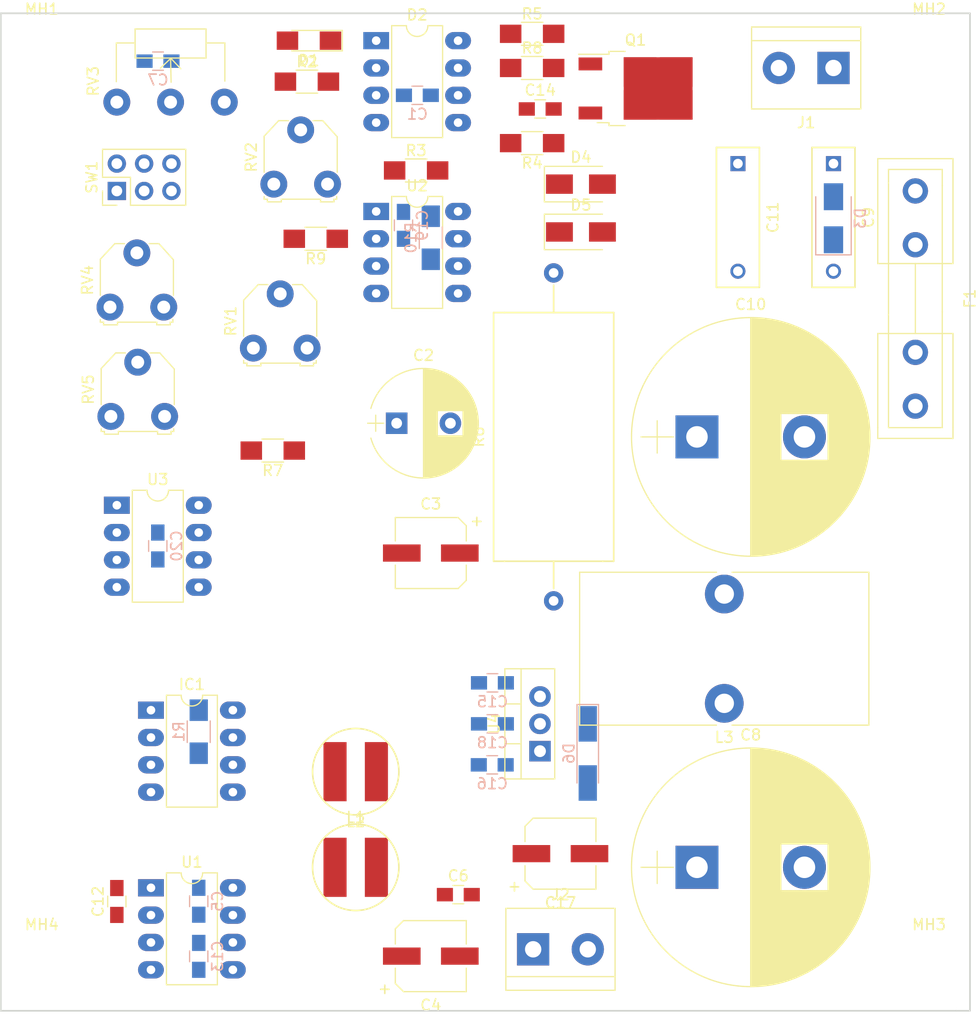
<source format=kicad_pcb>
(kicad_pcb (version 20171130) (host pcbnew "(5.0.0)")
  (layers (0 F.Cu signal) (31 B.Cu signal) (34 B.Paste user) (35 F.Paste user) (36 B.SilkS user) (37 F.SilkS user) (38 B.Mask user) (39 F.Mask user) (44 Edge.Cuts user))
  (net 0 "")
  (net 1 "Net-(C1-Pad2)")
  (net 2 /+10REG)
  (net 3 +10V)
  (net 4 "Net-(F1-Pad1)")
  (net 5 "Net-(C10-Pad2)")
  (net 6 GND)
  (net 7 "Net-(C16-Pad2)")
  (net 8 "Net-(Q1-Pad1)")
  (net 9 "Net-(C11-Pad2)")
  (net 10 "Net-(C8-Pad1)")
  (net 11 "Net-(IC1-Pad1)")
  (net 12 "Net-(D1-Pad2)")
  (net 13 "Net-(D1-Pad1)")
  (net 14 "Net-(C7-Pad2)")
  (net 15 "Net-(R9-Pad1)")
  (net 16 "Net-(D2-Pad5)")
  (net 17 "Net-(R7-Pad2)")
  (net 18 "Net-(R7-Pad1)")
  (net 19 "Net-(D2-Pad7)")
  (net 20 "Net-(RV2-Pad3)")
  (net 21 "Net-(RV3-Pad1)")
  (net 22 "Net-(RV1-Pad3)")
  (net 23 "Net-(RV4-Pad1)")
  (net 24 "Net-(RV5-Pad3)")
  (net 25 "Net-(C18-Pad2)")
  (net 26 "Net-(C10-Pad1)")
  (net 27 "Net-(C12-Pad1)")
  (net 28 "Net-(C13-Pad1)")
  (net 29 "Net-(U1-Pad3)")
  (net 30 "Net-(D4-Pad1)")
  (net 31 "Net-(SW1-Pad6)")
  (net 32 "Net-(R10-Pad2)")
  (net 33 "Net-(U3-Pad6)")
  (net 34 "Net-(U2-Pad7)")
  (module MountingHole:MountingHole_3.2mm_M3 (layer F.Cu) (at 165.1 27.94)
    (fp_text reference MH1 (at 0 -4.2) (layer F.SilkS))
    (fp_text value -)
    (pad 1 np_thru_hole circle (at 0 0) (size 3.2 3.2) (drill 3.2) (layers *.Cu *.Mask))
  )
  (module MountingHole:MountingHole_3.2mm_M3 (layer F.Cu) (at 247.65 27.94)
    (fp_text reference MH2 (at 0 -4.2) (layer F.SilkS))
    (fp_text value -)
    (pad 1 np_thru_hole circle (at 0 0) (size 3.2 3.2) (drill 3.2) (layers *.Cu *.Mask))
  )
  (module MountingHole:MountingHole_3.2mm_M3 (layer F.Cu) (at 247.65 113.03)
    (fp_text reference MH3 (at 0 -4.2) (layer F.SilkS))
    (fp_text value -)
    (pad 1 np_thru_hole circle (at 0 0) (size 3.2 3.2) (drill 3.2) (layers *.Cu *.Mask))
  )
  (module MountingHole:MountingHole_3.2mm_M3 (layer F.Cu) (at 165.1 113.03)
    (fp_text reference MH4 (at 0 -4.2) (layer F.SilkS))
    (fp_text value -)
    (pad 1 np_thru_hole circle (at 0 0) (size 3.2 3.2) (drill 3.2) (layers *.Cu *.Mask))
  )
  (module Capacitors_SMD:C_0805_HandSoldering (layer B.Cu) (at 175.895 73.64 90)
    (fp_text reference C20 (at 0 1.75 90) (layer B.SilkS) (effects (justify mirror)))
    (fp_text value 0,1)
    (pad 2 smd rect (at 1.25 0 90) (size 1.5 1.25) (layers B.Cu B.Paste B.Mask) (net 3 +10V))
    (pad 1 smd rect (at -1.25 0 90) (size 1.5 1.25) (layers B.Cu B.Paste B.Mask) (net 6 GND))
  )
  (module Capacitors_SMD:C_0805_HandSoldering (layer B.Cu) (at 198.755 43.835 90)
    (fp_text reference C19 (at 0 1.75 90) (layer B.SilkS) (effects (justify mirror)))
    (fp_text value 0,1)
    (pad 1 smd rect (at -1.25 0 90) (size 1.5 1.25) (layers B.Cu B.Paste B.Mask) (net 6 GND))
    (pad 2 smd rect (at 1.25 0 90) (size 1.5 1.25) (layers B.Cu B.Paste B.Mask) (net 3 +10V))
  )
  (module Resistors_SMD:R_1206_HandSoldering (layer B.Cu) (at 201.295 44.99 270)
    (fp_text reference R10 (at 0 1.85 270) (layer B.SilkS) (effects (justify mirror)))
    (fp_text value 100k)
    (pad 1 smd rect (at -2 0 270) (size 2 1.7) (layers B.Cu B.Paste B.Mask) (net 3 +10V))
    (pad 2 smd rect (at 2 0 270) (size 2 1.7) (layers B.Cu B.Paste B.Mask) (net 32 "Net-(R10-Pad2)"))
  )
  (module Capacitors_SMD:CP_Elec_6.3x5.3 (layer F.Cu) (at 201.295 74.295 180)
    (fp_text reference C3 (at 0 4.56 180) (layer F.SilkS))
    (fp_text value 100,0)
    (fp_text user + (at -4.28 3.01 180) (layer F.SilkS))
    (pad 1 smd rect (at -2.7 0) (size 3.5 1.6) (layers F.Cu F.Paste F.Mask) (net 2 /+10REG))
    (pad 2 smd rect (at 2.7 0) (size 3.5 1.6) (layers F.Cu F.Paste F.Mask) (net 6 GND))
  )
  (module Capacitors_SMD:CP_Elec_6.3x5.3 (layer F.Cu) (at 201.295 111.76)
    (fp_text reference C4 (at 0 4.56) (layer F.SilkS))
    (fp_text value 100,0)
    (fp_text user + (at -4.28 3.01) (layer F.SilkS))
    (pad 2 smd rect (at 2.7 0 180) (size 3.5 1.6) (layers F.Cu F.Paste F.Mask) (net 6 GND))
    (pad 1 smd rect (at -2.7 0 180) (size 3.5 1.6) (layers F.Cu F.Paste F.Mask) (net 3 +10V))
  )
  (module Capacitors_SMD:CP_Elec_6.3x5.3 (layer F.Cu) (at 213.36 102.235)
    (fp_text reference C17 (at 0 4.56) (layer F.SilkS))
    (fp_text value 100,0)
    (fp_text user + (at -4.28 3.01) (layer F.SilkS))
    (pad 1 smd rect (at -2.7 0 180) (size 3.5 1.6) (layers F.Cu F.Paste F.Mask) (net 7 "Net-(C16-Pad2)"))
    (pad 2 smd rect (at 2.7 0 180) (size 3.5 1.6) (layers F.Cu F.Paste F.Mask) (net 6 GND))
  )
  (module Capacitors_SMD:C_0805_HandSoldering (layer B.Cu) (at 200.045 31.75)
    (fp_text reference C1 (at 0 1.75) (layer B.SilkS) (effects (justify mirror)))
    (fp_text value 0,1)
    (pad 2 smd rect (at 1.25 0) (size 1.5 1.25) (layers B.Cu B.Paste B.Mask) (net 1 "Net-(C1-Pad2)"))
    (pad 1 smd rect (at -1.25 0) (size 1.5 1.25) (layers B.Cu B.Paste B.Mask) (net 6 GND))
  )
  (module Capacitors_SMD:C_0805_HandSoldering (layer B.Cu) (at 179.705 106.66 90)
    (fp_text reference C5 (at 0 1.75 90) (layer B.SilkS) (effects (justify mirror)))
    (fp_text value 0,1)
    (pad 1 smd rect (at -1.25 0 90) (size 1.5 1.25) (layers B.Cu B.Paste B.Mask) (net 6 GND))
    (pad 2 smd rect (at 1.25 0 90) (size 1.5 1.25) (layers B.Cu B.Paste B.Mask) (net 3 +10V))
  )
  (module Capacitors_SMD:C_0805_HandSoldering (layer B.Cu) (at 207.03 90.17)
    (fp_text reference C18 (at 0 1.75) (layer B.SilkS) (effects (justify mirror)))
    (fp_text value 0,33)
    (pad 2 smd rect (at 1.25 0) (size 1.5 1.25) (layers B.Cu B.Paste B.Mask) (net 25 "Net-(C18-Pad2)"))
    (pad 1 smd rect (at -1.25 0) (size 1.5 1.25) (layers B.Cu B.Paste B.Mask) (net 6 GND))
  )
  (module Capacitors_SMD:C_0805_HandSoldering (layer F.Cu) (at 203.855 106.045)
    (fp_text reference C6 (at 0 -1.75) (layer F.SilkS))
    (fp_text value 0,1)
    (pad 1 smd rect (at -1.25 0) (size 1.5 1.25) (layers F.Cu F.Paste F.Mask) (net 3 +10V))
    (pad 2 smd rect (at 1.25 0) (size 1.5 1.25) (layers F.Cu F.Paste F.Mask) (net 6 GND))
  )
  (module Capacitors_SMD:C_0805_HandSoldering (layer B.Cu) (at 175.915 28.575)
    (fp_text reference C7 (at 0 1.75) (layer B.SilkS) (effects (justify mirror)))
    (fp_text value 0,1)
    (pad 2 smd rect (at 1.25 0) (size 1.5 1.25) (layers B.Cu B.Paste B.Mask) (net 14 "Net-(C7-Pad2)"))
    (pad 1 smd rect (at -1.25 0) (size 1.5 1.25) (layers B.Cu B.Paste B.Mask) (net 6 GND))
  )
  (module Capacitors_SMD:C_0805_HandSoldering (layer B.Cu) (at 207.01 93.98)
    (fp_text reference C16 (at 0 1.75) (layer B.SilkS) (effects (justify mirror)))
    (fp_text value 0,33)
    (pad 1 smd rect (at -1.25 0) (size 1.5 1.25) (layers B.Cu B.Paste B.Mask) (net 6 GND))
    (pad 2 smd rect (at 1.25 0) (size 1.5 1.25) (layers B.Cu B.Paste B.Mask) (net 7 "Net-(C16-Pad2)"))
  )
  (module Capacitors_SMD:C_0805_HandSoldering (layer B.Cu) (at 207.03 86.36)
    (fp_text reference C15 (at 0 1.75) (layer B.SilkS) (effects (justify mirror)))
    (fp_text value 0,33)
    (pad 2 smd rect (at 1.25 0) (size 1.5 1.25) (layers B.Cu B.Paste B.Mask) (net 2 /+10REG))
    (pad 1 smd rect (at -1.25 0) (size 1.5 1.25) (layers B.Cu B.Paste B.Mask) (net 6 GND))
  )
  (module Capacitors_SMD:C_0805_HandSoldering (layer F.Cu) (at 211.475 33.02)
    (fp_text reference C14 (at 0 -1.75) (layer F.SilkS))
    (fp_text value "10uF NP")
    (pad 1 smd rect (at -1.25 0) (size 1.5 1.25) (layers F.Cu F.Paste F.Mask) (net 6 GND))
    (pad 2 smd rect (at 1.25 0) (size 1.5 1.25) (layers F.Cu F.Paste F.Mask) (net 5 "Net-(C10-Pad2)"))
  )
  (module Capacitors_SMD:C_0805_HandSoldering (layer F.Cu) (at 172.085 106.68 90)
    (fp_text reference C12 (at 0 -1.75 90) (layer F.SilkS))
    (fp_text value 0,01)
    (pad 2 smd rect (at 1.25 0 90) (size 1.5 1.25) (layers F.Cu F.Paste F.Mask) (net 6 GND))
    (pad 1 smd rect (at -1.25 0 90) (size 1.5 1.25) (layers F.Cu F.Paste F.Mask) (net 27 "Net-(C12-Pad1)"))
  )
  (module Capacitors_SMD:C_0805_HandSoldering (layer B.Cu) (at 179.705 111.78 90)
    (fp_text reference C13 (at 0 1.75 90) (layer B.SilkS) (effects (justify mirror)))
    (fp_text value 0,1)
    (pad 1 smd rect (at -1.25 0 90) (size 1.5 1.25) (layers B.Cu B.Paste B.Mask) (net 28 "Net-(C13-Pad1)"))
    (pad 2 smd rect (at 1.25 0 90) (size 1.5 1.25) (layers B.Cu B.Paste B.Mask) (net 6 GND))
  )
  (module Capacitors_THT:CP_Radial_D10.0mm_P5.00mm (layer F.Cu) (at 198.12 62.23)
    (fp_text reference C2 (at 2.5 -6.31) (layer F.SilkS))
    (fp_text value 220,0)
    (pad 1 thru_hole rect (at 0 0) (size 2 2) (drill 1) (layers *.Cu *.Mask) (net 1 "Net-(C1-Pad2)"))
    (pad 2 thru_hole circle (at 5 0) (size 2 2) (drill 1) (layers *.Cu *.Mask) (net 6 GND))
  )
  (module Capacitors_THT:CP_Radial_D22.0mm_P10.00mm_SnapIn (layer F.Cu) (at 226.06 63.5)
    (fp_text reference C10 (at 5 -12.31) (layer F.SilkS))
    (fp_text value "4700,0 40v")
    (pad 2 thru_hole circle (at 10 0) (size 4 4) (drill 2) (layers *.Cu *.Mask) (net 5 "Net-(C10-Pad2)"))
    (pad 1 thru_hole rect (at 0 0) (size 4 4) (drill 2) (layers *.Cu *.Mask) (net 26 "Net-(C10-Pad1)"))
  )
  (module Capacitors_THT:CP_Radial_D22.0mm_P10.00mm_SnapIn (layer F.Cu) (at 226.06 103.505)
    (fp_text reference C8 (at 5 -12.31) (layer F.SilkS))
    (fp_text value "4700,0 40v")
    (pad 1 thru_hole rect (at 0 0) (size 4 4) (drill 2) (layers *.Cu *.Mask) (net 10 "Net-(C8-Pad1)"))
    (pad 2 thru_hole circle (at 10 0) (size 4 4) (drill 2) (layers *.Cu *.Mask) (net 5 "Net-(C10-Pad2)"))
  )
  (module Capacitors_ThroughHole:C_Rect_L13_W4_P10 (layer F.Cu) (at 229.87 38.1 270)
    (fp_text reference C11 (at 5 -3.25 270) (layer F.SilkS))
    (fp_text value "1uF 250v")
    (pad 2 thru_hole circle (at 10 0 270) (size 1.4 1.4) (drill 0.9) (layers *.Cu *.Mask) (net 9 "Net-(C11-Pad2)"))
    (pad 1 thru_hole rect (at 0 0 270) (size 1.4 1.4) (drill 0.9) (layers *.Cu *.Mask) (net 5 "Net-(C10-Pad2)"))
  )
  (module Capacitors_ThroughHole:C_Rect_L13_W4_P10 (layer F.Cu) (at 238.76 38.1 270)
    (fp_text reference C9 (at 5 -3.25 270) (layer F.SilkS))
    (fp_text value 1uF)
    (pad 1 thru_hole rect (at 0 0 270) (size 1.4 1.4) (drill 0.9) (layers *.Cu *.Mask) (net 5 "Net-(C10-Pad2)"))
    (pad 2 thru_hole circle (at 10 0 270) (size 1.4 1.4) (drill 0.9) (layers *.Cu *.Mask) (net 26 "Net-(C10-Pad1)"))
  )
  (module Connector_PinHeader_2.54mm:PinHeader_2x03_P2.54mm_Vertical (layer F.Cu) (at 172.085 40.64 90)
    (fp_text reference SW1 (at 1.27 -2.33 90) (layer F.SilkS))
    (fp_text value X1-X0,1)
    (pad 1 thru_hole rect (at 0 0 90) (size 1.7 1.7) (drill 1) (layers *.Cu *.Mask) (net 23 "Net-(RV4-Pad1)"))
    (pad 2 thru_hole oval (at 2.54 0 90) (size 1.7 1.7) (drill 1) (layers *.Cu *.Mask) (net 21 "Net-(RV3-Pad1)"))
    (pad 3 thru_hole oval (at 0 2.54 90) (size 1.7 1.7) (drill 1) (layers *.Cu *.Mask) (net 24 "Net-(RV5-Pad3)"))
    (pad 4 thru_hole oval (at 2.54 2.54 90) (size 1.7 1.7) (drill 1) (layers *.Cu *.Mask) (net 22 "Net-(RV1-Pad3)"))
    (pad 5 thru_hole oval (at 0 5.08 90) (size 1.7 1.7) (drill 1) (layers *.Cu *.Mask) (net 3 +10V))
    (pad 6 thru_hole oval (at 2.54 5.08 90) (size 1.7 1.7) (drill 1) (layers *.Cu *.Mask) (net 31 "Net-(SW1-Pad6)"))
  )
  (module Diodes_SMD:D_MiniMELF_Handsoldering (layer B.Cu) (at 215.9 92.92 270)
    (fp_text reference D6 (at 0 1.75 270) (layer B.SilkS) (effects (justify mirror)))
    (fp_text value 4v7)
    (pad 1 smd rect (at -2.75 0 270) (size 3.3 1.7) (layers B.Cu B.Paste B.Mask) (net 25 "Net-(C18-Pad2)"))
    (pad 2 smd rect (at 2.75 0 270) (size 3.3 1.7) (layers B.Cu B.Paste B.Mask) (net 6 GND))
  )
  (module Diodes_SMD:D_SMA (layer B.Cu) (at 238.76 43.18 90)
    (fp_text reference D3 (at 0 2.5 90) (layer B.SilkS) (effects (justify mirror)))
    (fp_text value D)
    (pad 1 smd rect (at -2 0 90) (size 2.5 1.8) (layers B.Cu B.Paste B.Mask) (net 26 "Net-(C10-Pad1)"))
    (pad 2 smd rect (at 2 0 90) (size 2.5 1.8) (layers B.Cu B.Paste B.Mask) (net 5 "Net-(C10-Pad2)"))
  )
  (module Diodes_SMD:D_SMA (layer F.Cu) (at 215.265 40.005)
    (fp_text reference D4 (at 0 -2.5) (layer F.SilkS))
    (fp_text value D)
    (pad 2 smd rect (at 2 0) (size 2.5 1.8) (layers F.Cu F.Paste F.Mask) (net 5 "Net-(C10-Pad2)"))
    (pad 1 smd rect (at -2 0) (size 2.5 1.8) (layers F.Cu F.Paste F.Mask) (net 30 "Net-(D4-Pad1)"))
  )
  (module Diodes_SMD:D_SMA (layer F.Cu) (at 215.265 44.45)
    (fp_text reference D5 (at 0 -2.5) (layer F.SilkS))
    (fp_text value D)
    (pad 1 smd rect (at -2 0) (size 2.5 1.8) (layers F.Cu F.Paste F.Mask) (net 6 GND))
    (pad 2 smd rect (at 2 0) (size 2.5 1.8) (layers F.Cu F.Paste F.Mask) (net 30 "Net-(D4-Pad1)"))
  )
  (module Fuse_Holders_and_Fuses:Fuseholder5x20_horiz_open_inline_Type-I (layer F.Cu) (at 246.38 40.64 270)
    (fp_text reference F1 (at 10 -5.08 270) (layer F.SilkS))
    (fp_text value Fuse)
    (pad 2 thru_hole circle (at 15 0 270) (size 2.35 2.35) (drill 1.35) (layers *.Cu *.Mask) (net 26 "Net-(C10-Pad1)"))
    (pad 2 thru_hole circle (at 20 0 270) (size 2.35 2.35) (drill 1.35) (layers *.Cu *.Mask) (net 26 "Net-(C10-Pad1)"))
    (pad 1 thru_hole circle (at 5 0 270) (size 2.35 2.35) (drill 1.35) (layers *.Cu *.Mask) (net 4 "Net-(F1-Pad1)"))
    (pad 1 thru_hole circle (at 0 0 270) (size 2.35 2.35) (drill 1.35) (layers *.Cu *.Mask) (net 4 "Net-(F1-Pad1)"))
  )
  (module Housings_DIP:DIP-8_W7.62mm_LongPads (layer F.Cu) (at 175.26 105.41)
    (fp_text reference U1 (at 3.81 -2.39) (layer F.SilkS))
    (fp_text value ICM7555)
    (pad 1 thru_hole rect (at 0 0) (size 2.4 1.6) (drill 0.8) (layers *.Cu *.Mask) (net 6 GND))
    (pad 5 thru_hole oval (at 7.62 7.62) (size 2.4 1.6) (drill 0.8) (layers *.Cu *.Mask) (net 28 "Net-(C13-Pad1)"))
    (pad 2 thru_hole oval (at 0 2.54) (size 2.4 1.6) (drill 0.8) (layers *.Cu *.Mask) (net 27 "Net-(C12-Pad1)"))
    (pad 6 thru_hole oval (at 7.62 5.08) (size 2.4 1.6) (drill 0.8) (layers *.Cu *.Mask) (net 27 "Net-(C12-Pad1)"))
    (pad 3 thru_hole oval (at 0 5.08) (size 2.4 1.6) (drill 0.8) (layers *.Cu *.Mask) (net 29 "Net-(U1-Pad3)"))
    (pad 7 thru_hole oval (at 7.62 2.54) (size 2.4 1.6) (drill 0.8) (layers *.Cu *.Mask) (net 27 "Net-(C12-Pad1)"))
    (pad 4 thru_hole oval (at 0 7.62) (size 2.4 1.6) (drill 0.8) (layers *.Cu *.Mask) (net 3 +10V))
    (pad 8 thru_hole oval (at 7.62 0) (size 2.4 1.6) (drill 0.8) (layers *.Cu *.Mask) (net 3 +10V))
  )
  (module Housings_DIP:DIP-8_W7.62mm_LongPads (layer F.Cu) (at 196.215 26.67)
    (fp_text reference D2 (at 3.81 -2.39) (layer F.SilkS))
    (fp_text value 170АП3)
    (pad 8 thru_hole oval (at 7.62 0) (size 2.4 1.6) (drill 0.8) (layers *.Cu *.Mask))
    (pad 4 thru_hole oval (at 0 7.62) (size 2.4 1.6) (drill 0.8) (layers *.Cu *.Mask) (net 13 "Net-(D1-Pad1)"))
    (pad 7 thru_hole oval (at 7.62 2.54) (size 2.4 1.6) (drill 0.8) (layers *.Cu *.Mask) (net 19 "Net-(D2-Pad7)"))
    (pad 3 thru_hole oval (at 0 5.08) (size 2.4 1.6) (drill 0.8) (layers *.Cu *.Mask) (net 6 GND))
    (pad 6 thru_hole oval (at 7.62 5.08) (size 2.4 1.6) (drill 0.8) (layers *.Cu *.Mask) (net 1 "Net-(C1-Pad2)"))
    (pad 2 thru_hole oval (at 0 2.54) (size 2.4 1.6) (drill 0.8) (layers *.Cu *.Mask) (net 13 "Net-(D1-Pad1)"))
    (pad 5 thru_hole oval (at 7.62 7.62) (size 2.4 1.6) (drill 0.8) (layers *.Cu *.Mask) (net 16 "Net-(D2-Pad5)"))
    (pad 1 thru_hole rect (at 0 0) (size 2.4 1.6) (drill 0.8) (layers *.Cu *.Mask))
  )
  (module Housings_DIP:DIP-8_W7.62mm_LongPads (layer F.Cu) (at 172.085 69.85)
    (fp_text reference U3 (at 3.81 -2.39) (layer F.SilkS))
    (fp_text value MCP602)
    (pad 1 thru_hole rect (at 0 0) (size 2.4 1.6) (drill 0.8) (layers *.Cu *.Mask) (net 17 "Net-(R7-Pad2)"))
    (pad 5 thru_hole oval (at 7.62 7.62) (size 2.4 1.6) (drill 0.8) (layers *.Cu *.Mask) (net 6 GND))
    (pad 2 thru_hole oval (at 0 2.54) (size 2.4 1.6) (drill 0.8) (layers *.Cu *.Mask) (net 17 "Net-(R7-Pad2)"))
    (pad 6 thru_hole oval (at 7.62 5.08) (size 2.4 1.6) (drill 0.8) (layers *.Cu *.Mask) (net 33 "Net-(U3-Pad6)"))
    (pad 3 thru_hole oval (at 0 5.08) (size 2.4 1.6) (drill 0.8) (layers *.Cu *.Mask) (net 27 "Net-(C12-Pad1)"))
    (pad 7 thru_hole oval (at 7.62 2.54) (size 2.4 1.6) (drill 0.8) (layers *.Cu *.Mask) (net 33 "Net-(U3-Pad6)"))
    (pad 4 thru_hole oval (at 0 7.62) (size 2.4 1.6) (drill 0.8) (layers *.Cu *.Mask) (net 6 GND))
    (pad 8 thru_hole oval (at 7.62 0) (size 2.4 1.6) (drill 0.8) (layers *.Cu *.Mask) (net 3 +10V))
  )
  (module Housings_DIP:DIP-8_W7.62mm_LongPads (layer F.Cu) (at 175.26 88.9)
    (fp_text reference IC1 (at 3.81 -2.39) (layer F.SilkS))
    (fp_text value KP504HT4)
    (pad 8 thru_hole oval (at 7.62 0) (size 2.4 1.6) (drill 0.8) (layers *.Cu *.Mask) (net 3 +10V))
    (pad 4 thru_hole oval (at 0 7.62) (size 2.4 1.6) (drill 0.8) (layers *.Cu *.Mask))
    (pad 7 thru_hole oval (at 7.62 2.54) (size 2.4 1.6) (drill 0.8) (layers *.Cu *.Mask))
    (pad 3 thru_hole oval (at 0 5.08) (size 2.4 1.6) (drill 0.8) (layers *.Cu *.Mask) (net 6 GND))
    (pad 6 thru_hole oval (at 7.62 5.08) (size 2.4 1.6) (drill 0.8) (layers *.Cu *.Mask))
    (pad 2 thru_hole oval (at 0 2.54) (size 2.4 1.6) (drill 0.8) (layers *.Cu *.Mask) (net 27 "Net-(C12-Pad1)"))
    (pad 5 thru_hole oval (at 7.62 7.62) (size 2.4 1.6) (drill 0.8) (layers *.Cu *.Mask))
    (pad 1 thru_hole rect (at 0 0) (size 2.4 1.6) (drill 0.8) (layers *.Cu *.Mask) (net 11 "Net-(IC1-Pad1)"))
  )
  (module Housings_DIP:DIP-8_W7.62mm_LongPads (layer F.Cu) (at 196.215 42.545)
    (fp_text reference U2 (at 3.81 -2.39) (layer F.SilkS))
    (fp_text value LM2903)
    (pad 1 thru_hole rect (at 0 0) (size 2.4 1.6) (drill 0.8) (layers *.Cu *.Mask) (net 13 "Net-(D1-Pad1)"))
    (pad 5 thru_hole oval (at 7.62 7.62) (size 2.4 1.6) (drill 0.8) (layers *.Cu *.Mask) (net 6 GND))
    (pad 2 thru_hole oval (at 0 2.54) (size 2.4 1.6) (drill 0.8) (layers *.Cu *.Mask) (net 15 "Net-(R9-Pad1)"))
    (pad 6 thru_hole oval (at 7.62 5.08) (size 2.4 1.6) (drill 0.8) (layers *.Cu *.Mask) (net 32 "Net-(R10-Pad2)"))
    (pad 3 thru_hole oval (at 0 5.08) (size 2.4 1.6) (drill 0.8) (layers *.Cu *.Mask) (net 18 "Net-(R7-Pad1)"))
    (pad 7 thru_hole oval (at 7.62 2.54) (size 2.4 1.6) (drill 0.8) (layers *.Cu *.Mask) (net 34 "Net-(U2-Pad7)"))
    (pad 4 thru_hole oval (at 0 7.62) (size 2.4 1.6) (drill 0.8) (layers *.Cu *.Mask) (net 6 GND))
    (pad 8 thru_hole oval (at 7.62 0) (size 2.4 1.6) (drill 0.8) (layers *.Cu *.Mask) (net 3 +10V))
  )
  (module Inductor_THT:L_Toroid_Vertical_L26.7mm_W14.0mm_P10.16mm_Pulse_D (layer F.Cu) (at 228.6 88.265 180)
    (fp_text reference L3 (at 0 -3.155 180) (layer F.SilkS))
    (fp_text value 100uH)
    (pad 1 thru_hole circle (at 0 0 180) (size 3.6 3.6) (drill 1.8) (layers *.Cu *.Mask) (net 10 "Net-(C8-Pad1)"))
    (pad 2 thru_hole circle (at 0 10.16 180) (size 3.6 3.6) (drill 1.8) (layers *.Cu *.Mask) (net 26 "Net-(C10-Pad1)"))
  )
  (module LEDs:LED_1206_HandSoldering (layer F.Cu) (at 189.96 26.67 180)
    (fp_text reference D1 (at 0 -1.85 180) (layer F.SilkS))
    (fp_text value LED)
    (pad 1 smd rect (at -2 0 180) (size 2 1.7) (layers F.Cu F.Paste F.Mask) (net 13 "Net-(D1-Pad1)"))
    (pad 2 smd rect (at 2 0 180) (size 2 1.7) (layers F.Cu F.Paste F.Mask) (net 12 "Net-(D1-Pad2)"))
  )
  (module Package_TO_SOT_THT:TO-220-3_Vertical (layer F.Cu) (at 211.455 92.71 90)
    (fp_text reference U4 (at 2.54 -4.27 90) (layer F.SilkS))
    (fp_text value L7805)
    (pad 1 thru_hole rect (at 0 0 90) (size 1.905 2) (drill 1.1) (layers *.Cu *.Mask) (net 7 "Net-(C16-Pad2)"))
    (pad 2 thru_hole oval (at 2.54 0 90) (size 1.905 2) (drill 1.1) (layers *.Cu *.Mask) (net 25 "Net-(C18-Pad2)"))
    (pad 3 thru_hole oval (at 5.08 0 90) (size 1.905 2) (drill 1.1) (layers *.Cu *.Mask) (net 2 /+10REG))
  )
  (module Potentiometers:Potentiometer_Triwood_RM-065 (layer F.Cu) (at 171.53 61.595)
    (fp_text reference RV5 (at -2.1 -2.5 90) (layer F.SilkS))
    (fp_text value 500)
    (pad 1 thru_hole circle (at 0 0) (size 2.5 2.5) (drill 1.2) (layers *.Cu *.Mask) (net 6 GND))
    (pad 3 thru_hole circle (at 5 0) (size 2.5 2.5) (drill 1.2) (layers *.Cu *.Mask) (net 24 "Net-(RV5-Pad3)"))
    (pad 2 thru_hole circle (at 2.5 -5.04) (size 2.5 2.5) (drill 1.2) (layers *.Cu *.Mask) (net 6 GND))
  )
  (module Potentiometers:Potentiometer_Triwood_RM-065 (layer F.Cu) (at 171.45 51.435)
    (fp_text reference RV4 (at -2.1 -2.5 90) (layer F.SilkS))
    (fp_text value 500)
    (pad 2 thru_hole circle (at 2.5 -5.04) (size 2.5 2.5) (drill 1.2) (layers *.Cu *.Mask) (net 6 GND))
    (pad 3 thru_hole circle (at 5 0) (size 2.5 2.5) (drill 1.2) (layers *.Cu *.Mask) (net 6 GND))
    (pad 1 thru_hole circle (at 0 0) (size 2.5 2.5) (drill 1.2) (layers *.Cu *.Mask) (net 23 "Net-(RV4-Pad1)"))
  )
  (module Potentiometers:Potentiometer_Triwood_RM-065 (layer F.Cu) (at 186.69 40.005)
    (fp_text reference RV2 (at -2.1 -2.5 90) (layer F.SilkS))
    (fp_text value 500)
    (pad 1 thru_hole circle (at 0 0) (size 2.5 2.5) (drill 1.2) (layers *.Cu *.Mask) (net 22 "Net-(RV1-Pad3)"))
    (pad 3 thru_hole circle (at 5 0) (size 2.5 2.5) (drill 1.2) (layers *.Cu *.Mask) (net 20 "Net-(RV2-Pad3)"))
    (pad 2 thru_hole circle (at 2.5 -5.04) (size 2.5 2.5) (drill 1.2) (layers *.Cu *.Mask) (net 22 "Net-(RV1-Pad3)"))
  )
  (module Potentiometers:Potentiometer_Triwood_RM-065 (layer F.Cu) (at 184.785 55.245)
    (fp_text reference RV1 (at -2.1 -2.5 90) (layer F.SilkS))
    (fp_text value 10k)
    (pad 2 thru_hole circle (at 2.5 -5.04) (size 2.5 2.5) (drill 1.2) (layers *.Cu *.Mask) (net 3 +10V))
    (pad 3 thru_hole circle (at 5 0) (size 2.5 2.5) (drill 1.2) (layers *.Cu *.Mask) (net 22 "Net-(RV1-Pad3)"))
    (pad 1 thru_hole circle (at 0 0) (size 2.5 2.5) (drill 1.2) (layers *.Cu *.Mask) (net 3 +10V))
  )
  (module Potentiometers:Potentiometer_WirePads_largePads (layer F.Cu) (at 172.085 32.385 90)
    (fp_text reference RV3 (at 1.95 -2.2 90) (layer F.SilkS))
    (fp_text value 1k)
    (pad 2 thru_hole circle (at 0 5 90) (size 2.5 2.5) (drill 1.2) (layers *.Cu *.Mask) (net 14 "Net-(C7-Pad2)"))
    (pad 3 thru_hole circle (at 0 10 90) (size 2.5 2.5) (drill 1.2) (layers *.Cu *.Mask) (net 20 "Net-(RV2-Pad3)"))
    (pad 1 thru_hole circle (at 0 0 90) (size 2.5 2.5) (drill 1.2) (layers *.Cu *.Mask) (net 21 "Net-(RV3-Pad1)"))
  )
  (module Resistors_SMD:R_1206_HandSoldering (layer F.Cu) (at 210.725 26.035)
    (fp_text reference R5 (at 0 -1.85) (layer F.SilkS))
    (fp_text value 18)
    (pad 2 smd rect (at 2 0) (size 2 1.7) (layers F.Cu F.Paste F.Mask) (net 8 "Net-(Q1-Pad1)"))
    (pad 1 smd rect (at -2 0) (size 2 1.7) (layers F.Cu F.Paste F.Mask) (net 19 "Net-(D2-Pad7)"))
  )
  (module Resistors_SMD:R_1206_HandSoldering (layer F.Cu) (at 210.725 36.195 180)
    (fp_text reference R4 (at 0 -1.85 180) (layer F.SilkS))
    (fp_text value 1k)
    (pad 1 smd rect (at -2 0 180) (size 2 1.7) (layers F.Cu F.Paste F.Mask) (net 5 "Net-(C10-Pad2)"))
    (pad 2 smd rect (at 2 0 180) (size 2 1.7) (layers F.Cu F.Paste F.Mask) (net 3 +10V))
  )
  (module Resistors_SMD:R_1206_HandSoldering (layer F.Cu) (at 186.595 64.77 180)
    (fp_text reference R7 (at 0 -1.85 180) (layer F.SilkS))
    (fp_text value 1k)
    (pad 2 smd rect (at 2 0 180) (size 2 1.7) (layers F.Cu F.Paste F.Mask) (net 17 "Net-(R7-Pad2)"))
    (pad 1 smd rect (at -2 0 180) (size 2 1.7) (layers F.Cu F.Paste F.Mask) (net 18 "Net-(R7-Pad1)"))
  )
  (module Resistors_SMD:R_1206_HandSoldering (layer F.Cu) (at 210.725 29.21)
    (fp_text reference R8 (at 0 -1.85) (layer F.SilkS))
    (fp_text value 18)
    (pad 1 smd rect (at -2 0) (size 2 1.7) (layers F.Cu F.Paste F.Mask) (net 16 "Net-(D2-Pad5)"))
    (pad 2 smd rect (at 2 0) (size 2 1.7) (layers F.Cu F.Paste F.Mask) (net 8 "Net-(Q1-Pad1)"))
  )
  (module Resistors_SMD:R_1206_HandSoldering (layer F.Cu) (at 190.595 45.085 180)
    (fp_text reference R9 (at 0 -1.85 180) (layer F.SilkS))
    (fp_text value 1k)
    (pad 2 smd rect (at 2 0 180) (size 2 1.7) (layers F.Cu F.Paste F.Mask) (net 14 "Net-(C7-Pad2)"))
    (pad 1 smd rect (at -2 0 180) (size 2 1.7) (layers F.Cu F.Paste F.Mask) (net 15 "Net-(R9-Pad1)"))
  )
  (module Resistors_SMD:R_1206_HandSoldering (layer F.Cu) (at 199.93 38.735)
    (fp_text reference R3 (at 0 -1.85) (layer F.SilkS))
    (fp_text value 1k)
    (pad 1 smd rect (at -2 0) (size 2 1.7) (layers F.Cu F.Paste F.Mask) (net 13 "Net-(D1-Pad1)"))
    (pad 2 smd rect (at 2 0) (size 2 1.7) (layers F.Cu F.Paste F.Mask) (net 3 +10V))
  )
  (module Resistors_SMD:R_1206_HandSoldering (layer F.Cu) (at 189.77 30.48)
    (fp_text reference R2 (at 0 -1.85) (layer F.SilkS))
    (fp_text value 2,2k)
    (pad 2 smd rect (at 2 0) (size 2 1.7) (layers F.Cu F.Paste F.Mask) (net 3 +10V))
    (pad 1 smd rect (at -2 0) (size 2 1.7) (layers F.Cu F.Paste F.Mask) (net 12 "Net-(D1-Pad2)"))
  )
  (module Resistors_SMD:R_1206_HandSoldering (layer B.Cu) (at 179.705 90.9 270)
    (fp_text reference R1 (at 0 1.85 270) (layer B.SilkS) (effects (justify mirror)))
    (fp_text value 1k)
    (pad 1 smd rect (at -2 0 270) (size 2 1.7) (layers B.Cu B.Paste B.Mask) (net 3 +10V))
    (pad 2 smd rect (at 2 0 270) (size 2 1.7) (layers B.Cu B.Paste B.Mask) (net 11 "Net-(IC1-Pad1)"))
  )
  (module Resistors_ThroughHole:Resistor_Ceramic_Horizontal_L23mm-W9mm-H9mm-p30mm (layer F.Cu) (at 212.725 63.5 90)
    (fp_text reference R6 (at 0 -6.985 90) (layer F.SilkS))
    (fp_text value R_US)
    (pad 1 thru_hole circle (at -15.24 0 270) (size 1.8 1.8) (drill 0.9) (layers *.Cu *.Mask) (net 10 "Net-(C8-Pad1)"))
    (pad 2 thru_hole circle (at 15.24 0 270) (size 1.8 1.8) (drill 0.9) (layers *.Cu *.Mask) (net 9 "Net-(C11-Pad2)"))
  )
  (module TO_SOT_Packages_SMD:TO-252-2 (layer F.Cu) (at 220.345 31.115)
    (fp_text reference Q1 (at 0 -4.5) (layer F.SilkS))
    (fp_text value IRFR024N)
    (pad 1 smd rect (at -4.2 -2.28) (size 2.2 1.2) (layers F.Cu F.Paste F.Mask) (net 8 "Net-(Q1-Pad1)"))
    (pad 3 smd rect (at -4.2 2.28) (size 2.2 1.2) (layers F.Cu F.Paste F.Mask) (net 5 "Net-(C10-Pad2)"))
    (pad 2 smd rect (at 2.1 0) (size 6.4 5.8) (layers F.Cu F.Mask) (net 9 "Net-(C11-Pad2)"))
    (pad 2 smd rect (at 3.775 1.525) (size 3.05 2.75) (layers F.Cu F.Paste) (net 9 "Net-(C11-Pad2)"))
    (pad 2 smd rect (at 0.425 -1.525) (size 3.05 2.75) (layers F.Cu F.Paste) (net 9 "Net-(C11-Pad2)"))
    (pad 2 smd rect (at 3.775 -1.525) (size 3.05 2.75) (layers F.Cu F.Paste) (net 9 "Net-(C11-Pad2)"))
    (pad 2 smd rect (at 0.425 1.525) (size 3.05 2.75) (layers F.Cu F.Paste) (net 9 "Net-(C11-Pad2)"))
  )
  (module TerminalBlock:TerminalBlock_bornier-2_P5.08mm (layer F.Cu) (at 210.82 111.125)
    (fp_text reference J2 (at 2.54 -5.08) (layer F.SilkS))
    (fp_text value +12)
    (pad 2 thru_hole circle (at 5.08 0) (size 3 3) (drill 1.52) (layers *.Cu *.Mask) (net 6 GND))
    (pad 1 thru_hole rect (at 0 0) (size 3 3) (drill 1.52) (layers *.Cu *.Mask) (net 7 "Net-(C16-Pad2)"))
  )
  (module TerminalBlock:TerminalBlock_bornier-2_P5.08mm (layer F.Cu) (at 238.76 29.21 180)
    (fp_text reference J1 (at 2.54 -5.08 180) (layer F.SilkS))
    (fp_text value Load)
    (pad 1 thru_hole rect (at 0 0 180) (size 3 3) (drill 1.52) (layers *.Cu *.Mask) (net 4 "Net-(F1-Pad1)"))
    (pad 2 thru_hole circle (at 5.08 0 180) (size 3 3) (drill 1.52) (layers *.Cu *.Mask) (net 5 "Net-(C10-Pad2)"))
  )
  (module dz_lib:cd54 (layer F.Cu) (at 194.31 103.505 180)
    (fp_text reference L2 (at 0 4.25 180) (layer F.SilkS))
    (fp_text value 100uH)
    (pad 2 smd rect (at 1.925 0 180) (size 2.15 5.5) (layers F.Cu F.Paste F.Mask) (net 3 +10V))
    (pad 1 smd rect (at -1.925 0 180) (size 2.15 5.5) (layers F.Cu F.Paste F.Mask) (net 2 /+10REG))
  )
  (module dz_lib:cd54 (layer F.Cu) (at 194.31 94.615)
    (fp_text reference L1 (at 0 4.25) (layer F.SilkS))
    (fp_text value 100uH)
    (pad 1 smd rect (at -1.925 0) (size 2.15 5.5) (layers F.Cu F.Paste F.Mask) (net 1 "Net-(C1-Pad2)"))
    (pad 2 smd rect (at 1.925 0) (size 2.15 5.5) (layers F.Cu F.Paste F.Mask) (net 2 /+10REG))
  )
  (gr_line (start 251.46 116.84) (end 250.19 116.84) (layer Edge.Cuts) (width 0.15))
  (gr_line (start 251.46 24.13) (end 251.46 116.84) (layer Edge.Cuts) (width 0.15))
  (gr_line (start 161.29 116.84) (end 250.19 116.84) (layer Edge.Cuts) (width 0.15))
  (gr_line (start 161.29 24.13) (end 161.29 116.84) (layer Edge.Cuts) (width 0.15))
  (gr_line (start 251.46 24.13) (end 161.29 24.13) (layer Edge.Cuts) (width 0.15))
)
</source>
